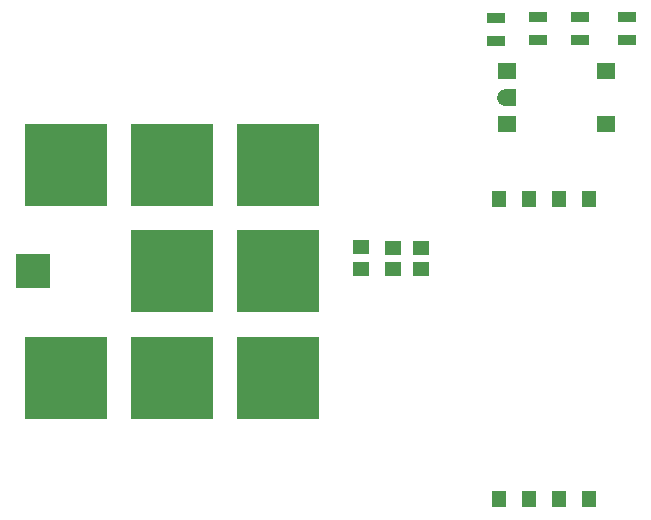
<source format=gtp>
G04*
G04 #@! TF.GenerationSoftware,Altium Limited,Altium Designer,22.0.2 (36)*
G04*
G04 Layer_Color=8421504*
%FSLAX25Y25*%
%MOIN*%
G70*
G04*
G04 #@! TF.SameCoordinates,1C5B4622-B4AA-4E77-B977-5182896014AD*
G04*
G04*
G04 #@! TF.FilePolarity,Positive*
G04*
G01*
G75*
%ADD13R,0.06299X0.05492*%
%ADD14R,0.11811X0.11811*%
%ADD15R,0.27559X0.27559*%
%ADD16R,0.05709X0.04528*%
%ADD17R,0.05118X0.05512*%
%ADD18R,0.06102X0.03740*%
G36*
X184263Y138759D02*
X183978Y138804D01*
X183700Y138879D01*
X183430Y138982D01*
X183173Y139113D01*
X182931Y139270D01*
X182707Y139452D01*
X182503Y139656D01*
X182322Y139880D01*
X182165Y140122D01*
X182034Y140379D01*
X181930Y140648D01*
X181855Y140927D01*
X181810Y141212D01*
X181795Y141500D01*
X181810Y141788D01*
X181855Y142073D01*
X181930Y142352D01*
X182034Y142621D01*
X182165Y142878D01*
X182322Y143120D01*
X182503Y143344D01*
X182707Y143548D01*
X182931Y143730D01*
X183173Y143887D01*
X183430Y144018D01*
X183700Y144121D01*
X183978Y144196D01*
X184263Y144241D01*
X184551Y144256D01*
X188094D01*
Y138744D01*
X184551D01*
X184263Y138759D01*
D02*
G37*
D13*
X184945Y132652D02*
D03*
Y150348D02*
D03*
X218055D02*
D03*
Y132652D02*
D03*
D14*
X27173Y83567D02*
D03*
D15*
X108866Y119000D02*
D03*
X38000Y48134D02*
D03*
X108866Y83567D02*
D03*
X73433Y119000D02*
D03*
Y83567D02*
D03*
Y48134D02*
D03*
X38000Y119000D02*
D03*
X108866Y48134D02*
D03*
D16*
X147000Y91500D02*
D03*
Y84413D02*
D03*
X156500Y91500D02*
D03*
Y84413D02*
D03*
X136500Y91587D02*
D03*
Y84500D02*
D03*
D17*
X212500Y7583D02*
D03*
X202500D02*
D03*
X192500D02*
D03*
X182500D02*
D03*
X212500Y107583D02*
D03*
X202500D02*
D03*
X192500D02*
D03*
X182500D02*
D03*
D18*
X225000Y160760D02*
D03*
Y168240D02*
D03*
X209500Y160760D02*
D03*
Y168240D02*
D03*
X195500Y160760D02*
D03*
Y168240D02*
D03*
X181500Y160520D02*
D03*
Y168000D02*
D03*
M02*

</source>
